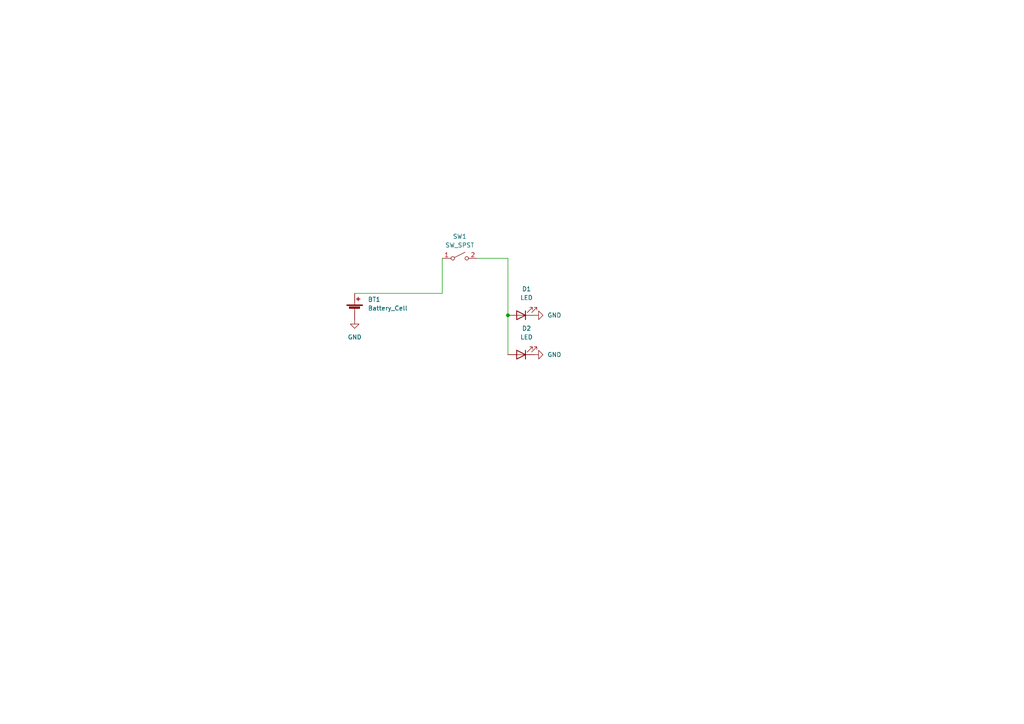
<source format=kicad_sch>
(kicad_sch (version 20211123) (generator eeschema)
  (paper "A4")
  (lib_symbols
    (symbol "Device:Battery_Cell" (pin_numbers hide) (pin_names (offset 0) hide)
      (property "Reference" "BT" (at 2.54 2.54 0))
      (property "Value" "Battery_Cell" (at 2.54 0 0))
      (symbol "Battery_Cell_0_1"
        (rectangle (start -2.286 1.778) (end 2.286 1.524) (fill (type outline)))
        (rectangle (start -1.5748 1.1938) (end 1.4732 0.6858) (fill (type outline)))
        (polyline (pts (xy 0 0.762) (xy 0 0)))
        (polyline (pts (xy 0 1.778) (xy 0 2.54)))
        (polyline (pts (xy 0.508 3.429) (xy 1.524 3.429)) (stroke (width 0.254)))
        (polyline (pts (xy 1.016 3.937) (xy 1.016 2.921)) (stroke (width 0.254)))
      )
      (symbol "Battery_Cell_1_1"
        (pin passive line (at 0 5.08 270) (length 2.54) (name "+") (number "1"))
        (pin passive line (at 0 -2.54 90) (length 2.54) (name "-") (number "2"))
      )
    )
    (symbol "Device:LED" (pin_numbers hide) (pin_names (offset 1.016) hide)
      (property "Reference" "D" (at 0 2.54 0))
      (property "Value" "LED" (at 0 -2.54 0))
      (symbol "LED_0_1"
        (polyline (pts (xy -1.27 -1.27) (xy -1.27 1.27)) (stroke (width 0.254)))
        (polyline (pts (xy -1.27 0) (xy 1.27 0)))
        (polyline (pts (xy 1.27 -1.27) (xy 1.27 1.27) (xy -1.27 0) (xy 1.27 -1.27)) (stroke (width 0.254)))
        (polyline (pts (xy -3.048 -0.762) (xy -4.572 -2.286) (xy -3.81 -2.286) (xy -4.572 -2.286) (xy -4.572 -1.524)))
        (polyline (pts (xy -1.778 -0.762) (xy -3.302 -2.286) (xy -2.54 -2.286) (xy -3.302 -2.286) (xy -3.302 -1.524)))
      )
      (symbol "LED_1_1"
        (pin passive line (at -3.81 0 0) (length 2.54) (name "K") (number "1"))
        (pin passive line (at 3.81 0 180) (length 2.54) (name "A") (number "2"))
      )
    )
    (symbol "Switch:SW_SPST" (pin_names (offset 0) hide)
      (property "Reference" "SW" (at 0 3.175 0))
      (property "Value" "SW_SPST" (at 0 -2.54 0))
      (symbol "SW_SPST_0_0"
        (circle (center -2.032 0) (radius 0.508))
        (polyline (pts (xy -1.524 0.254) (xy 1.524 1.778)))
        (circle (center 2.032 0) (radius 0.508))
      )
      (symbol "SW_SPST_1_1"
        (pin passive line (at -5.08 0 0) (length 2.54) (name "A") (number "1"))
        (pin passive line (at 5.08 0 180) (length 2.54) (name "B") (number "2"))
      )
    )
    (symbol "power:GND" (power) (pin_names (offset 0))
      (property "Value" "GND" (at 0 -3.81 0))
      (symbol "GND_0_1"
        (polyline (pts (xy 0 0) (xy 0 -1.27) (xy 1.27 -1.27) (xy 0 -2.54) (xy -1.27 -1.27) (xy 0 -1.27)))
      )
      (symbol "GND_1_1"
        (pin power_in line (at 0 0 270) (length 0) hide (name "GND") (number "1"))
      )
    )
  )
  (junction (at 147.32 91.44))
  (wire (pts (xy 138.43 74.93) (xy 147.32 74.93)))
  (wire (pts (xy 147.32 74.93) (xy 147.32 91.44)))
  (wire (pts (xy 128.27 85.09) (xy 128.27 74.93)))
  (wire (pts (xy 147.32 91.44) (xy 147.32 102.87)))
  (wire (pts (xy 102.87 85.09) (xy 128.27 85.09)))
  (symbol (lib_id "power:GND") (at 154.94 102.87 90) (unit 1)
    (property "Reference" "#PWR03" (effects hide))
    (property "Value" "GND" (at 158.75 102.8699 90) (effects (justify right)))
  )
  (symbol (lib_id "Device:Battery_Cell") (at 102.87 90.17 0) (unit 1)
    (property "Reference" "BT1" (at 106.68 86.8679 0) (effects (justify left)))
    (property "Value" "Battery_Cell" (at 106.68 89.4079 0) (effects (justify left)))
    (property "Footprint" "BadgePirates:BatteryHolder_MPD_BC2003_1x2032_Fixed" (effects hide))
  )
  (symbol (lib_id "power:GND") (at 102.87 92.71 0) (unit 1)
    (property "Reference" "#PWR01" (effects hide))
    (property "Value" "GND" (at 102.87 97.79 0))
  )
  (symbol (lib_id "Device:LED") (at 151.13 102.87 180) (unit 1)
    (property "Reference" "D2" (at 152.7175 95.25 0))
    (property "Value" "LED" (at 152.7175 97.79 0))
    (property "Footprint" "BadgePirates:LED_Osram_Lx_P47F_D2mm_ReverseMount_Proper_Mask Only" (effects hide))
  )
  (symbol (lib_id "Device:LED") (at 151.13 91.44 180) (unit 1)
    (property "Reference" "D1" (at 152.7175 83.82 0))
    (property "Value" "LED" (at 152.7175 86.36 0))
    (property "Footprint" "BadgePirates:LED_Osram_Lx_P47F_D2mm_ReverseMount_Proper_Mask Only" (effects hide))
  )
  (symbol (lib_id "power:GND") (at 154.94 91.44 90) (unit 1)
    (property "Reference" "#PWR02" (effects hide))
    (property "Value" "GND" (at 158.75 91.4399 90) (effects (justify right)))
  )
  (symbol (lib_id "Switch:SW_SPST") (at 133.35 74.93 0) (unit 1)
    (property "Reference" "SW1" (at 133.35 68.58 0))
    (property "Value" "SW_SPST" (at 133.35 71.12 0))
    (property "Footprint" "BadgePirates:SW_SPDT_PCM12" (effects hide))
  )
)
</source>
